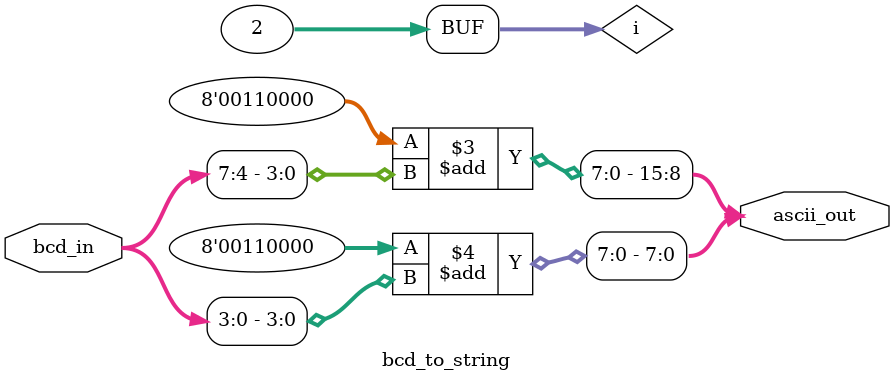
<source format=sv>
module bcd_to_string #(
    parameter N_DIGITS = 2  // liczba cyfr BCD (np. 4 -> 16-bitowy BCD)
)(
    input  logic [N_DIGITS*4-1:0] bcd_in,      // BCD input: np. 16-bit for 4 BCD digits
    output logic [8*N_DIGITS-1:0] ascii_out    // ASCII output string: np. 32-bit for 4 chars
);

    integer i;
    always_comb begin
        for (i = 0; i < N_DIGITS; i++) begin
            // Wyciągaj każdą cyfrę BCD i zamieniaj na znak ASCII ('0' + cyfra)
            ascii_out[8*(N_DIGITS-i)-1 -: 8] = "0" + bcd_in[4*(N_DIGITS-i)-1 -: 4];
        end
    end

endmodule

</source>
